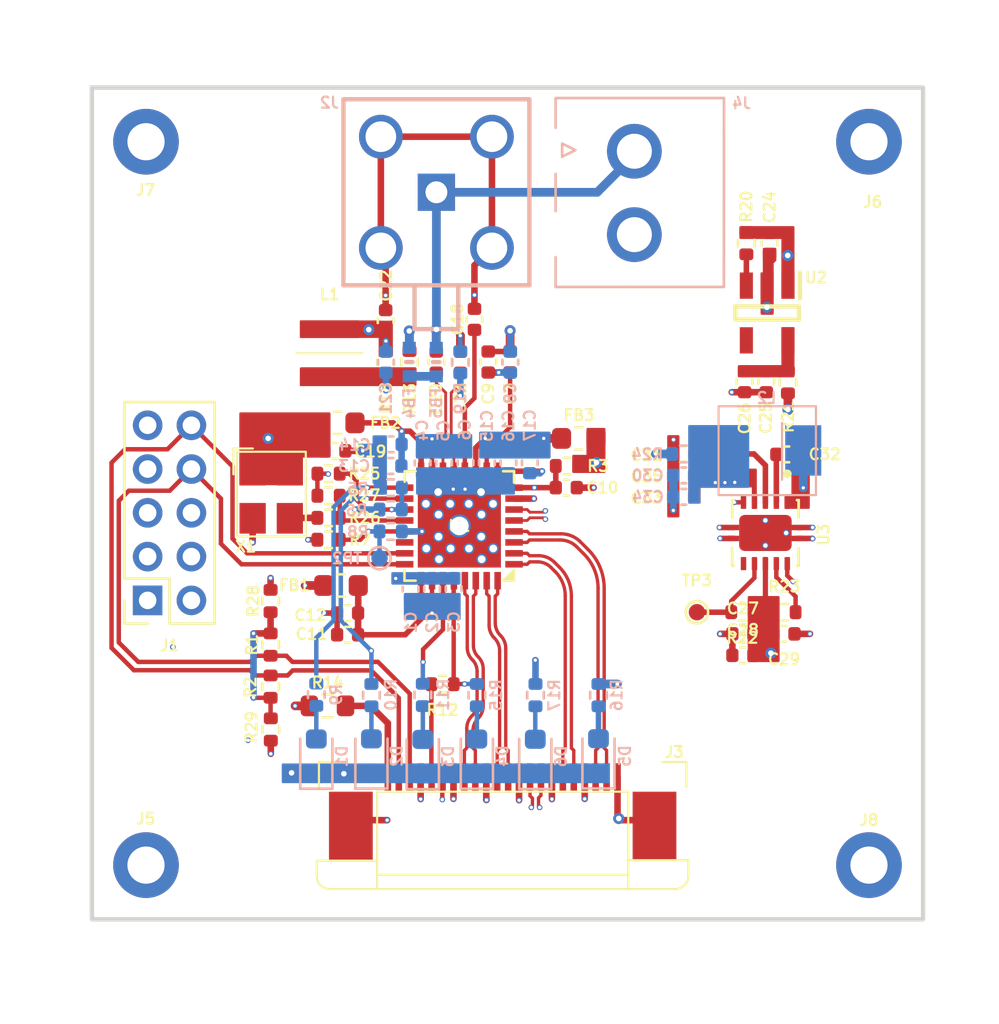
<source format=kicad_pcb>
(kicad_pcb (version 20241229) (generator "pcbnew") (generator_version "9.0")
  (layers (0 "F.Cu" jumper) (4 "In1.Cu" signal "GND") (6 "In2.Cu" signal "POWER") (8 "In3.Cu" signal "signal_1") (10 "In4.Cu" signal "signal_2") (2 "B.Cu" signal) (13 "F.Paste" user) (15 "B.Paste" user) (5 "F.SilkS" user "F.Silkscreen") (7 "B.SilkS" user "B.Silkscreen") (1 "F.Mask" user) (3 "B.Mask" user) (25 "Edge.Cuts" user))
  (net 0 "")
  (net 1 "Net-(U1-VDD_CAP)")
  (net 2 "GND")
  (net 3 "Net-(U1-VDDRV_CAP)")
  (net 4 "Net-(U1-VDDPLL_CAP)")
  (net 5 "/PDB")
  (net 6 "VDDD_1V8")
  (net 7 "VDDDRV_1V8")
  (net 8 "VDD_PLL")
  (net 9 "Net-(U1-LPF1)")
  (net 10 "Net-(U1-LPF2)")
  (net 11 "VDD_1V8")
  (net 12 "/DOUT+")
  (net 13 "/DOUT-")
  (net 14 "Net-(C23-Pad2)")
  (net 15 "VDD_3V3")
  (net 16 "Net-(U2-OUT)")
  (net 17 "VPOC")
  (net 18 "Net-(U3-FB)")
  (net 19 "Net-(U3-VCC)")
  (net 20 "Net-(U3-BOOT)")
  (net 21 "Net-(U3-SW)")
  (net 22 "Net-(D1-A)")
  (net 23 "Net-(D2-A)")
  (net 24 "Net-(D3-A)")
  (net 25 "Net-(D4-A)")
  (net 26 "Net-(D5-A)")
  (net 27 "Net-(D6-A)")
  (net 28 "Net-(FB4-Pad1)")
  (net 29 "Net-(FB4-Pad2)")
  (net 30 "/GPIO2")
  (net 31 "/GPIO3")
  (net 32 "/GPIO0")
  (net 33 "/GPIO1")
  (net 34 "/EXT_XVCLK")
  (net 35 "/FSIN")
  (net 36 "Net-(J3-Pin_1)")
  (net 37 "Net-(L1-Pad1)")
  (net 38 "/I2C_SCL")
  (net 39 "/I2C_SDA")
  (net 40 "Net-(X1-OUT)")
  (net 41 "/IDX")
  (net 42 "/MODE")
  (net 43 "Net-(U2-EN)")
  (net 44 "Net-(U3-ENABLE)")
  (net 45 "Net-(U3-SYNC{slash}MODE)")
  (net 46 "/CSI_D1_P")
  (net 47 "/CSI_D3_N")
  (net 48 "/CSI_C_P")
  (net 49 "/CSI_D2_P")
  (net 51 "/CSI_D2_N")
  (net 52 "/CSI_D1_N")
  (net 53 "/CSI_C_N")
  (net 54 "/CSI_D0_P")
  (net 55 "/CSI_D3_P")
  (net 56 "/CSI_D0_N")
  (net 59 "/XCLK_50MHz")
  (net 60 "Net-(J4-Pin_1)")
  (net 61 "Net-(R1-Pad1)")
  (footprint "Capacitor_SMD:C_0402_1005Metric" (layer "F.Cu") (at 145.98 94.98)
    (property "Reference" "C33")
    (property "Value" "10uF/10V")
  )
  (footprint "Resistor_SMD:R_0603_1608Metric" (layer "F.Cu") (at 129.69 104.53)
    (property "Reference" "R14")
    (property "Value" "0R")
  )
  (footprint "Capacitor_SMD:C_0402_1005Metric" (layer "F.Cu") (at 150.69 93.04 180)
    (property "Reference" "C32")
    (property "Value" "0.1uF/25V")
  )
  (footprint "Capacitor_SMD:C_0402_1005Metric" (layer "F.Cu") (at 130.03 92.88)
    (property "Reference" "C19")
    (property "Value" "0.1uF")
  )
  (footprint "Capacitor_SMD:C_0402_1005Metric" (layer "F.Cu") (at 130.61 100.29 180)
    (property "Reference" "C12")
    (property "Value" "0.01uF")
  )
  (footprint "Footprint Library:Screw" (layer "F.Cu") (at 154.445126 78.754874)
    (property "Reference" "J6")
    (property "Value" "DNP")
  )
  (footprint "Footprint Library:Screw" (layer "F.Cu") (at 154.445126 111.805126)
    (property "Reference" "J8")
    (property "Value" "DNP")
  )
  (footprint "Capacitor_SMD:C_0402_1005Metric" (layer "F.Cu") (at 137.04 88.82 90)
    (property "Reference" "C9")
    (property "Value" "0.01uF")
  )
  (footprint "Capacitor_SMD:C_0402_1005Metric" (layer "F.Cu") (at 140.6075 94.56 180)
    (property "Reference" "C10")
    (property "Value" "10uF")
  )
  (footprint "Capacitor_SMD:C_0402_1005Metric" (layer "F.Cu") (at 138.04 88.81 90)
    (property "Reference" "C7")
    (property "Value" "0.1uF")
  )
  (footprint "Resistor_SMD:R_0402_1005Metric" (layer "F.Cu") (at 127.09 103.65 90)
    (property "Reference" "R2")
    (property "Value" "4.7K")
  )
  (footprint "Capacitor_SMD:C_0402_1005Metric" (layer "F.Cu") (at 148.68 101.24)
    (property "Reference" "C27")
    (property "Value" "10uF/25V")
  )
  (footprint "Resistor_SMD:R_0402_1005Metric" (layer "F.Cu") (at 148.66 100.25 180)
    (property "Reference" "R22")
    (property "Value" "10K")
  )
  (footprint "Resistor_SMD:R_0402_1005Metric" (layer "F.Cu") (at 127.09 101.73 -90)
    (property "Reference" "R1")
    (property "Value" "4.7K")
  )
  (footprint "Footprint Library:QFN50P500X500X100-33N-D" (layer "F.Cu") (at 135.72 96.31 180)
    (property "Reference" "U1")
    (property "Value" "TSER953RHBR" (hide yes))
  )
  (footprint "Resistor_SMD:R_0402_1005Metric" (layer "F.Cu") (at 148.84 83.39 -90)
    (property "Reference" "R20")
    (property "Value" "10K")
  )
  (footprint "Resistor_SMD:R_0402_1005Metric" (layer "F.Cu") (at 129.74 94.93 180)
    (property "Reference" "R27")
    (property "Value" "DNP")
  )
  (footprint "Footprint Library:SOT95P280X145-5N" (layer "F.Cu") (at 149.79 86.58 -90)
    (property "Reference" "U2")
    (property "Value" "LP5907MFX-1.8/NOPB" (hide yes))
  )
  (footprint "Capacitor_SMD:C_0402_1005Metric" (layer "F.Cu") (at 134.663866 88.82341 90)
    (property "Reference" "C20")
    (property "Value" "0.033uF/25V")
  )
  (footprint "Connector_PinHeader_2.00mm:PinHeader_2x05_P2.00mm_Vertical" (layer "F.Cu") (at 121.47 99.71 180)
    (property "Reference" "J1")
    (property "Value" "DNP")
  )
  (footprint "Capacitor_SMD:C_0402_1005Metric" (layer "F.Cu") (at 132.35 86.93 -90)
    (property "Reference" "C22")
    (property "Value" "0.1uF/25V")
  )
  (footprint "Resistor_SMD:R_0402_1005Metric" (layer "F.Cu") (at 129.74 93.92)
    (property "Reference" "R25")
    (property "Value" "DNP")
  )
  (footprint "Footprint Library:LQH3NPN100MJRL" (layer "F.Cu") (at 129.78 88.42 90)
    (property "Reference" "L1")
    (property "Value" "LLQH3NPN100MJR" (hide yes))
  )
  (footprint "Resistor_SMD:R_0402_1005Metric" (layer "F.Cu") (at 140.6375 93.57)
    (property "Reference" "R3")
    (property "Value" "10K")
  )
  (footprint "Footprint Library:0603_Ferrite Beads" (layer "F.Cu") (at 141.1775 92.31)
    (property "Reference" "FB3")
    (property "Value" "BLM18AG102SN1D")
  )
  (footprint "Footprint Library:Screw" (layer "F.Cu") (at 121.394874 111.805126)
    (property "Reference" "J5")
    (property "Value" "DNP")
  )
  (footprint "Resistor_SMD:R_0402_1005Metric" (layer "F.Cu") (at 133.44 88.83 90)
    (property "Reference" "R13")
    (property "Value" "0R")
  )
  (footprint "Capacitor_SMD:C_0402_1005Metric" (layer "F.Cu") (at 136.41 86.87 -90)
    (property "Reference" "C18")
    (property "Value" "0.1uF")
  )
  (footprint "Capacitor_SMD:C_0402_1005Metric" (layer "F.Cu") (at 145.98 93.02)
    (property "Reference" "C31")
    (property "Value" "1uF/25V")
  )
  (footprint "Capacitor_SMD:C_0402_1005Metric" (layer "F.Cu") (at 149.9 83.4 90)
    (property "Reference" "C24")
    (property "Value" "1uF/10V")
  )
  (footprint "Footprint Library:TestPoint_Pad_D0.75" (layer "F.Cu") (at 146.58 100.25)
    (property "Reference" "TP3")
    (property "Value" "DNP")
  )
  (footprint "Footprint Library:0603_Ferrite Beads" (layer "F.Cu") (at 130.31 99.03 180)
    (property "Reference" "FB1")
    (property "Value" "BLM18AG102SN1D")
  )
  (footprint "Resistor_SMD:R_0402_1005Metric" (layer "F.Cu") (at 134.95 103.54 180)
    (property "Reference" "R12")
    (property "Value" "0R")
  )
  (footprint "Capacitor_SMD:C_0402_1005Metric" (layer "F.Cu") (at 148.76 89.72 90)
    (property "Reference" "C26")
    (property "Value" "10uF/10V")
  )
  (footprint "Capacitor_SMD:C_0402_1005Metric" (layer "F.Cu") (at 135.77 88.83 90)
    (property "Reference" "C23")
    (property "Value" "0.015uF/25V")
  )
  (footprint "Footprint Library:CONV_LM53600NQDSXTQ1" (layer "F.Cu") (at 149.71 96.63 -90)
    (property "Reference" "U3")
    (property "Value" "LM536003QDSXRQ1")
  )
  (footprint "Capacitor_SMD:C_0402_1005Metric" (layer "F.Cu") (at 148.68 102.22)
    (property "Reference" "C28")
    (property "Value" "4.7uF/25V")
  )
  (footprint "Footprint Library:FFC SOCKET DR_DWN 0.5MM -22P" (layer "F.Cu") (at 137.7 107.7505)
    (property "Reference" "J3")
    (property "Value" "FFC SOCKET DR_DWN 0.5MM -22P")
  )
  (footprint "Resistor_SMD:R_0402_1005Metric" (layer "F.Cu") (at 132.36 88.83 -90)
    (property "Reference" "R18")
    (property "Value" "4.02K")
  )
  (footprint "Capacitor_SMD:C_0402_1005Metric" (layer "F.Cu") (at 150.56 101.24 180)
    (property "Reference" "C29")
    (property "Value" "0.1uF/25V")
  )
  (footprint "Footprint Library:SMD3225-4P" (layer "F.Cu") (at 127.12 94.86 -90)
    (property "Reference" "X1")
    (property "Value" "50MHZ/100ppm" (hide yes))
  )
  (footprint "Resistor_SMD:R_0402_1005Metric" (layer "F.Cu") (at 127.09 99.74 90)
    (property "Reference" "R28")
    (property "Value" "0R")
  )
  (footprint "Capacitor_SMD:C_0402_1005Metric" (layer "F.Cu") (at 145.98 94)
    (property "Reference" "C35")
    (property "Value" "22uF/10V")
  )
  (footprint "Footprint Library:Screw" (layer "F.Cu") (at 121.394874 78.754874)
    (property "Reference" "J7")
    (property "Value" "DNP")
  )
  (footprint "Capacitor_SMD:C_0402_1005Metric" (layer "F.Cu") (at 149.75 89.72 90)
    (property "Reference" "C25")
    (property "Value" "1uF/10V")
  )
  (footprint "Resistor_SMD:R_0402_1005Metric" (layer "F.Cu") (at 129.74 96.94)
    (property "Reference" "R7")
    (property "Value" "DNP")
  )
  (footprint "Resistor_SMD:R_0402_1005Metric" (layer "F.Cu") (at 150.74 89.74 -90)
    (property "Reference" "R21")
    (property "Value" "0R")
  )
  (footprint "Footprint Library:0603_Ferrite Beads" (layer "F.Cu") (at 130.16 91.6 180)
    (property "Reference" "FB2")
    (property "Value" "BLM18AG102SN1D")
  )
  (footprint "Resistor_SMD:R_0402_1005Metric" (layer "F.Cu") (at 150.58 100.25)
    (property "Reference" "R23")
    (property "Value" "100K")
  )
  (footprint "Resistor_SMD:R_0402_1005Metric" (layer "F.Cu") (at 129.74 95.94 180)
    (property "Reference" "R26")
    (property "Value" "0R")
  )
  (footprint "Capacitor_SMD:C_0402_1005Metric" (layer "F.Cu") (at 130.61 101.28)
    (property "Reference" "C11")
    (property "Value" "1uF")
  )
  (footprint "Resistor_SMD:R_0402_1005Metric" (layer "F.Cu") (at 127.1 105.61 -90)
    (property "Reference" "R29")
    (property "Value" "DNP")
  )
  (footprint "LED_SMD:LED_0603_1608Metric" (layer "B.Cu") (at 136.52 106.831906 90)
    (property "Reference" "D4")
    (property "Value" "LED_GREEN")
  )
  (footprint "Footprint Library:MPI4040R3-4R7-R" (layer "B.Cu") (at 151.44 92.86 90)
    (property "Reference" "L2")
    (property "Value" "4.7uH")
  )
  (footprint "LED_SMD:LED_0603_1608Metric" (layer "B.Cu") (at 129.18 106.83 90)
    (property "Reference" "D1")
    (property "Value" "LED_GREEN")
  )
  (footprint "Resistor_SMD:R_0402_1005Metric" (layer "B.Cu") (at 132.58 94.56 180)
    (property "Reference" "R5")
    (property "Value" "40.2K")
  )
  (footprint "Capacitor_SMD:C_0402_1005Metric" (layer "B.Cu") (at 132.59 93.57)
    (property "Reference" "C13")
    (property "Value" "1uF")
  )
  (footprint "Capacitor_SMD:C_0402_1005Metric" (layer "B.Cu") (at 138.94 93.42 90)
    (property "Reference" "C17")
    (property "Value" "0.022uF")
  )
  (footprint "Resistor_SMD:R_0402_1005Metric" (layer "B.Cu") (at 136.52 104.04 90)
    (property "Reference" "R15")
    (property "Value" "220R")
  )
  (footprint "Footprint Library:BEADC1005X55N" (layer "B.Cu") (at 134.663866 88.82341 -90)
    (property "Reference" "FB5")
    (property "Value" "MPZ1005F470ETD25" (hide yes))
  )
  (footprint "Capacitor_SMD:C_0402_1005Metric" (layer "B.Cu") (at 134.47 99.19 90)
    (property "Reference" "C2")
    (property "Value" "0.01uF")
  )
  (footprint "Resistor_SMD:R_0402_1005Metric" (layer "B.Cu") (at 129.18 104.02 90)
    (property "Reference" "R9")
    (property "Value" "220R")
  )
  (footprint "LED_SMD:LED_0603_1608Metric" (layer "B.Cu") (at 131.7 106.824406 90)
    (property "Reference" "D2")
    (property "Value" "LED_GREEN")
  )
  (footprint "Resistor_SMD:R_0402_1005Metric" (layer "B.Cu") (at 131.7 104.04 90)
    (property "Reference" "R10")
    (property "Value" "220R")
  )
  (footprint "Capacitor_SMD:C_0402_1005Metric" (layer "B.Cu") (at 132.6 92.58 180)
    (property "Reference" "C14")
    (property "Value" "0.01uF")
  )
  (footprint "Resistor_SMD:R_0402_1005Metric" (layer "B.Cu") (at 132.58 95.56)
    (property "Reference" "R6")
    (property "Value" "DNP")
  )
  (footprint "Capacitor_SMD:C_0402_1005Metric" (layer "B.Cu") (at 136 93.42 -90)
    (property "Reference" "C6")
    (property "Value" "0.01uF")
  )
  (footprint "Resistor_SMD:R_0402_1005Metric" (layer "B.Cu") (at 142.08 104.04 90)
    (property "Reference" "R16")
    (property "Value" "10K")
  )
  (footprint "Resistor_SMD:R_0402_1005Metric" (layer "B.Cu") (at 132.58 96.56)
    (property "Reference" "R8")
    (property "Value" "10K")
  )
  (footprint "Capacitor_SMD:C_0402_1005Metric" (layer "B.Cu") (at 145.98 94.98)
    (property "Reference" "C34")
    (property "Value" "10uF/10V")
  )
  (footprint "Resistor_SMD:R_0402_1005Metric" (layer "B.Cu") (at 134.05 104.03 90)
    (property "Reference" "R11")
    (property "Value" "220R")
  )
  (footprint "Footprint Library:BEADC1005X55N" (layer "B.Cu") (at 133.43 88.82 90)
    (property "Reference" "FB4")
    (property "Value" "MPZ1005S331ETD25" (hide yes))
  )
  (footprint "Footprint Library:59S10H400T5Z" (layer "B.Cu") (at 134.67 81.065)
    (property "Reference" "J2")
    (property "Value" "~" (hide yes))
  )
  (footprint "Resistor_SMD:R_0402_1005Metric" (layer "B.Cu") (at 139.2 104.04 90)
    (property "Reference" "R17")
    (property "Value" "470R")
  )
  (footprint "Capacitor_SMD:C_0402_1005Metric" (layer "B.Cu") (at 145.98 94)
    (property "Reference" "C30")
    (property "Value" "0.01uF")
  )
  (footprint "Capacitor_SMD:C_0402_1005Metric" (layer "B.Cu") (at 132.36 88.83 90)
    (property "Reference" "C21")
    (property "Value" "0.1uF/25V")
  )
  (footprint "Capacitor_SMD:C_0402_1005Metric" (layer "B.Cu") (at 135.46 99.18 90)
    (property "Reference" "C3")
    (property "Value" "0.1uF")
  )
  (footprint "Resistor_SMD:R_0402_1005Metric" (layer "B.Cu") (at 135.763866 88.83341 -90)
    (property "Reference" "R19")
    (property "Value" "49.9R / %1")
  )
  (footprint "LED_SMD:LED_0603_1608Metric" (layer "B.Cu") (at 139.19 106.8425 90)
    (property "Reference" "D6")
    (property "Value" "LED_ORANGE")
  )
  (footprint "LED_SMD:LED_0603_1608Metric" (layer "B.Cu") (at 142.08 106.8175 90)
    (property "Reference" "D5")
    (property "Value" "LED_RED")
  )
  (footprint "Footprint Library:TestPoint_Pad_D0.75" (layer "B.Cu") (at 132.07 97.78 180)
    (property "Reference" "TP2")
    (property "Value" "DNP")
  )
  (footprint "Capacitor_SMD:C_0402_1005Metric" (layer "B.Cu") (at 134.04 93.43 -90)
    (property "Reference" "C4")
    (property "Value" "0.1uF")
  )
  (footprint "LED_SMD:LED_0603_1608Metric" (layer "B.Cu") (at 134.05 106.85 90)
    (property "Reference" "D3")
    (property "Value" "LED_GREEN")
  )
  (footprint "Capacitor_SMD:C_0402_1005Metric" (layer "B.Cu") (at 135.02 93.43 -90)
    (property "Reference" "C5")
    (property "Value" "10uF")
  )
  (footprint "Capacitor_SMD:C_0402_1005Metric" (layer "B.Cu") (at 133.49 99.19 90)
    (property "Reference" "C1")
    (property "Value" "10uF")
  )
  (footprint "Resistor_SMD:R_0402_1005Metric" (layer "B.Cu") (at 145.96 93.02 180)
    (property "Reference" "R24")
    (property "Value" "0R")
  )
  (footprint "Footprint Library:KF2EDGH-3.81-2P-Vertical" (layer "B.Cu") (at 143.72 79.19 -90)
    (property "Reference" "J4")
    (property "Value" "DNP" (hide yes))
  )
  (footprint "Capacitor_SMD:C_0402_1005Metric" (layer "B.Cu") (at 138.05 88.83 90)
    (property "Reference" "C8")
    (property "Value" "10uF")
  )
  (footprint "Capacitor_SMD:C_0402_1005Metric" (layer "B.Cu") (at 137.96 93.42 -90)
    (property "Reference" "C16")
    (property "Value" "0.01uF")
  )
  (footprint "Capacitor_SMD:C_0402_1005Metric" (layer "B.Cu") (at 136.98 93.42 90)
    (property "Reference" "C15")
    (property "Value" "1uF")
  )
  (gr_rect (start 118.92 76.28) (end 156.92 114.28) (stroke (width 0.2)) (fill no) (layer "Edge.Cuts"))
  (segment (start 134.47 100.29) (end 134.47 98.81) (width 0.2032) (layer "F.Cu") (net 1))
  (via (at 134.47 100.29) (size 0.254) (drill 0.1524) (layers "F.Cu" "B.Cu") (net 1))
  (segment (start 151.04 101.24) (end 151.75 101.24) (width 0.3) (layer "F.Cu") (net 2))
  (segment (start 148.26 96.88) (end 147.64 96.88) (width 0.254) (layer "F.Cu") (net 2))
  (segment (start 138.04 88.33) (end 138.04 87.39) (width 0.4) (layer "F.Cu") (net 2))
  (segment (start 138.45 107.7755) (end 138.45 108.84) (width 0.3) (layer "F.Cu") (net 2))
  (segment (start 130.51 92.88) (end 131.3 92.88) (width 0.3) (layer "F.Cu") (net 2))
  (segment (start 141.0875 94.56) (end 141.86 94.56) (width 0.3) (layer "F.Cu") (net 2))
  (segment (start 136.41 84.405) (end 137.21 83.605) (width 0.3) (layer "F.Cu") (net 2))
  (segment (start 133.95 107.7755) (end 133.95 108.79) (width 0.3) (layer "F.Cu") (net 2))
  (segment (start 151.16 96.88) (end 151.86 96.88) (width 0.254) (layer "F.Cu") (net 2))
  (segment (start 132.4175 109.7525) (end 132.42 109.75) (width 0.3) (layer "F.Cu") (net 2))
  (segment (start 132.13 78.525) (end 137.21 78.525) (width 0.3) (layer "F.Cu") (net 2))
  (segment (start 130.13 100.29) (end 129.54 100.29) (width 0.254) (layer "F.Cu") (net 2))
  (segment (start 132.13 83.605) (end 132.13 78.525) (width 0.3) (layer "F.Cu") (net 2))
  (segment (start 150.71 98.03) (end 150.71 98.58) (width 0.2032) (layer "F.Cu") (net 2))
  (segment (start 148.76 90.2) (end 149.75 90.2) (width 0.3) (layer "F.Cu") (net 2))
  (segment (start 126.27 95.96) (end 126.27 97.06) (width 0.3) (layer "F.Cu") (net 2))
  (segment (start 136.95 108.82) (end 136.96 108.83) (width 0.3) (layer "F.Cu") (net 2))
  (segment (start 150.71 98.58) (end 150.98 98.85) (width 0.2032) (layer "F.Cu") (net 2))
  (segment (start 142.95 109.62) (end 142.95 107.7755) (width 0.3) (layer "F.Cu") (net 2))
  (segment (start 143.005 109.675) (end 143.0825 109.7525) (width 0.3) (layer "F.Cu") (net 2))
  (segment (start 151.16 96.38) (end 151.87 96.38) (width 0.254) (layer "F.Cu") (net 2))
  (segment (start 143.0825 109.7525) (end 144.64 109.7525) (width 0.3) (layer "F.Cu") (net 2))
  (segment (start 148.2 101.24) (end 148.2 102.22) (width 0.3) (layer "F.Cu") (net 2))
  (segment (start 132.35 85.78) (end 132.35 83.825) (width 0.3) (layer "F.Cu") (net 2))
  (segment (start 136.41 85.76) (end 136.41 84.405) (width 0.3) (layer "F.Cu") (net 2))
  (segment (start 151.86 96.88) (end 151.87 96.89) (width 0.254) (layer "F.Cu") (net 2))
  (segment (start 130.13 100.29) (end 130.13 101.28) (width 0.254) (layer "F.Cu") (net 2))
  (segment (start 138.03 88.34) (end 138.04 88.33) (width 0.254) (layer "F.Cu") (net 2))
  (segment (start 130.76 109.7525) (end 132.4175 109.7525) (width 0.3) (layer "F.Cu") (net 2))
  (segment (start 141.45 107.7755) (end 141.45 108.78) (width 0.3) (layer "F.Cu") (net 2))
  (segment (start 148.2 101.24) (end 147.64 101.24) (width 0.3) (layer "F.Cu") (net 2))
  (segment (start 148.26 96.38) (end 147.61 96.38) (width 0.254) (layer "F.Cu") (net 2))
  (segment (start 132.35 86.45) (end 132.35 85.78) (width 0.3) (layer "F.Cu") (net 2))
  (segment (start 148.76 90.2) (end 148.17 90.2) (width 0.3) (layer "F.Cu") (net 2))
  (segment (start 138.22 95.06) (end 139.13 95.06) (width 0.3) (layer "F.Cu") (net 2))
  (segment (start 135.45 108.78) (end 135.45 107.7755) (width 0.3) (layer "F.Cu") (net 2))
  (segment (start 136.41 86.39) (end 136.41 85.76) (width 0.3) (layer "F.Cu") (net 2))
  (segment (start 136.95 107.7755) (end 136.95 108.82) (width 0.3) (layer "F.Cu") (net 2))
  (segment (start 137.04 88.34) (end 138.03 88.34) (width 0.254) (layer "F.Cu") (net 2))
  (segment (start 132.35 83.825) (end 132.13 83.605) (width 0.3) (layer "F.Cu") (net 2))
  (segment (start 143.005 109.675) (end 142.95 109.62) (width 0.3) (layer "F.Cu") (net 2))
  (segment (start 137.21 78.525) (end 137.21 83.605) (width 0.3) (layer "F.Cu") (net 2))
  (segment (start 148.29 95.23) (end 148.71 95.23) (width 0.2032) (layer "F.Cu") (net 2))
  (segment (start 139.95 107.7755) (end 139.95 108.79) (width 0.3) (layer "F.Cu") (net 2))
  (via (at 143.005 109.675) (size 0.508) (drill 0.254) (layers "F.Cu" "B.Cu") (net 2))
  (via (at 122.62 101.84) (size 0.254) (drill 0.1524) (layers "F.Cu" "B.Cu") (net 2))
  (via (at 151.75 101.24) (size 0.254) (drill 0.1524) (layers "F.Cu" "B.Cu") (net 2))
  (via (at 132.35 85.78) (size 0.254) (drill 0.1524) (layers "F.Cu" "B.Cu") (net 2))
  (via (at 136.96 108.83) (size 0.254) (drill 0.1524) (layers "F.Cu" "B.Cu") (net 2))
  (via (at 135.76 90.35) (size 0.254) (drill 0.1524) (layers "F.Cu" "B.Cu") (net 2))
  (via (at 129.54 100.29) (size 0.254) (drill 0.1524) (layers "F.Cu" "B.Cu") (net 2))
  (via (at 148.17 90.2) (size 0.254) (drill 0.1524) (layers "F.Cu" "B.Cu") (net 2))
  (via (at 151.87 96.38) (size 0.254) (drill 0.1524) (layers "F.Cu" "B.Cu") (net 2))
  (via (at 138.04 87.39) (size 0.508) (drill 0.254) (layers "F.Cu" "B.Cu") (net 2))
  (via (at 141.86 94.56) (size 0.254) (drill 0.1524) (layers "F.Cu" "B.Cu") (net 2))
  (via (at 135.44 94.63) (size 0.254) (drill 0.1524) (layers "F.Cu" "B.Cu") (net 2))
  (via (at 130.44 107.63) (size 0.508) (drill 0.254) (layers "F.Cu" "B.Cu") (net 2))
  (via (at 147.64 96.88) (size 0.254) (drill 0.1524) (layers "F.Cu" "B.Cu") (net 2))
  (via (at 151.87 96.89) (size 0.254) (drill 0.1524) (layers "F.Cu" "B.Cu") (net 2))
  (via (at 150.98 98.85) (size 0.254) (drill 0.1524) (layers "F.Cu" "B.Cu") (net 2))
  (via (at 132.42 109.75) (size 0.254) (drill 0.1524) (layers "F.Cu" "B.Cu") (net 2))
  (via (at 139.95 108.79) (size 0.254) (drill 0.1524) (layers "F.Cu" "B.Cu") (net 2))
  (via (at 126.27 97.06) (size 0.254) (drill 0.1524) (layers "F.Cu" "B.Cu") (net 2))
  (via (at 149.78 86.32) (size 0.508) (drill 0.254) (layers "F.Cu" "B.Cu") (net 2))
  (via (at 145.5 95.6) (size 0.254) (drill 0.1524) (layers "F.Cu" "B.Cu") (net 2))
  (via (at 135.45 108.78) (size 0.254) (drill 0.1524) (layers "F.Cu" "B.Cu") (net 2))
  (via (at 148.29 95.23) (size 0.254) (drill 0.1524) (layers "F.Cu" "B.Cu") (net 2))
  (via (at 147.61 96.38) (size 0.254) (drill 0.1524) (layers "F.Cu" "B.Cu") (net 2))
  (via (at 132.81 98.71) (size 0.254) (drill 0.1524) (layers "F.Cu" "B.Cu") (net 2))
  (via (at 138.45 108.84) (size 0.254) (drill 0.1524) (layers "F.Cu" "B.Cu") (net 2))
  (via (at 135.98 94.63) (size 0.254) (drill 0.1524) (layers "F.Cu" "B.Cu") (net 2))
  (via (at 131.3 92.88) (size 0.254) (drill 0.1524) (layers "F.Cu" "B.Cu") (net 2))
  (via (at 139.13 95.06) (size 0.254) (drill 0.1524) (layers "F.Cu" "B.Cu") (net 2))
  (via (at 141.45 108.78) (size 0.254) (drill 0.1524) (layers "F.Cu" "B.Cu") (net 2))
  (via (at 136.41 85.76) (size 0.254) (drill 0.1524) (layers "F.Cu" "B.Cu") (net 2))
  (via (at 133.95 108.79) (size 0.254) (drill 0.1524) (layers "F.Cu" "B.Cu") (net 2))
  (via (at 134.01 96.56) (size 0.254) (drill 0.1524) (layers "F.Cu" "B.Cu") (net 2))
  (via (at 145.51 92.37) (size 0.254) (drill 0.1524) (layers "F.Cu" "B.Cu") (net 2))
  (via (at 128.05 107.59) (size 0.508) (drill 0.254) (layers "F.Cu" "B.Cu") (net 2))
  (via (at 147.64 101.24) (size 0.254) (drill 0.1524) (layers "F.Cu" "B.Cu") (net 2))
  (via (at 132.36 90.11) (size 0.254) (drill 0.1524) (layers "F.Cu" "B.Cu") (net 2))
  (segment (start 135.763866 89.34341) (end 135.763866 90.346134) (width 0.3) (layer "B.Cu") (net 2))
  (segment (start 145.5 94) (end 145.5 94.98) (width 0.4) (layer "B.Cu") (net 2))
  (segment (start 138.04 88.34) (end 138.04 87.39) (width 0.3) (layer "B.Cu") (net 2))
  (segment (start 138.05 88.35) (end 138.04 88.34) (width 0.3) (layer "B.Cu") (net 2))
  (segment (start 133.09 96.56) (end 134.01 96.56) (width 0.3) (layer "B.Cu") (net 2))
  (segment (start 145.5 94.98) (end 145.5 95.6) (width 0.3) (layer "B.Cu") (net 2))
  (segment (start 135.763866 90.346134) (end 135.76 90.35) (width 0.3) (layer "B.Cu") (net 2))
  (segment (start 132.36 89.31) (end 132.36 90.11) (width 0.3) (layer "B.Cu") (net 2))
  (segment (start 134.47 93.81) (end 134.47 92.33) (width 0.2032) (layer "F.Cu") (net 3))
  (via (at 134.47 92.33) (size 0.254) (drill 0.1524) (layers "F.Cu" "B.Cu") (net 3))
  (segment (start 136.97 92.87) (end 138.04 91.8) (width 0.2032) (layer "F.Cu") (net 4))
  (segment (start 138.03 89.3) (end 138.04 89.29) (width 0.3) (layer "F.Cu") (net 4))
  (segment (start 137.04 89.3) (end 137.52 89.3) (width 0.3) (layer "F.Cu") (net 4))
  (segment (start 138.04 91.8) (end 138.04 89.29) (width 0.2032) (layer "F.Cu") (net 4))
  (segment (start 136.97 93.81) (end 136.97 92.87) (width 0.2032) (layer "F.Cu") (net 4))
  (segment (start 137.52 89.3) (end 138.03 89.3) (width 0.3) (layer "F.Cu") (net 4))
  (via (at 137.52 89.3) (size 0.254) (drill 0.1524) (layers "F.Cu" "B.Cu") (net 4))
  (segment (start 138.04 89.3) (end 137.52 89.3) (width 0.3) (layer "B.Cu") (net 4))
  (segment (start 138.05 89.31) (end 138.04 89.3) (width 0.3) (layer "B.Cu") (net 4))
  (segment (start 139.15 94.56) (end 138.22 94.56) (width 0.254) (layer "F.Cu") (net 5))
  (segment (start 139.15 94.56) (end 140.1275 94.56) (width 0.254) (layer "F.Cu") (net 5))
  (segment (start 140.1275 93.57) (end 140.1275 94.56) (width 0.254) (layer "F.Cu") (net 5))
  (via (at 139.15 94.56) (size 0.254) (drill 0.1524) (layers "F.Cu" "B.Cu") (net 5))
  (segment (start 133.24 101.28) (end 131.09 101.28) (width 0.254) (layer "F.Cu") (net 6))
  (segment (start 133.97 98.81) (end 133.97 100.55) (width 0.254) (layer "F.Cu") (net 6))
  (segment (start 131.0975 99.03) (end 131.0975 100.2825) (width 0.3) (layer "F.Cu") (net 6))
  (segment (start 131.0975 100.2825) (end 131.09 100.29) (width 0.2032) (layer "F.Cu") (net 6))
  (segment (start 131.09 100.29) (end 131.09 101.28) (width 0.3) (layer "F.Cu") (net 6))
  (segment (start 133.97 100.55) (end 133.24 101.28) (width 0.254) (layer "F.Cu") (net 6))
  (segment (start 133.97 93.81) (end 133.97 92.49) (width 0.254) (layer "F.Cu") (net 7))
  (segment (start 133.46 91.98) (end 133.08 91.98) (width 0.254) (layer "F.Cu") (net 7))
  (segment (start 133.97 92.49) (end 133.46 91.98) (width 0.254) (layer "F.Cu") (net 7))
  (segment (start 132.7 91.6) (end 130.9475 91.6) (width 0.254) (layer "F.Cu") (net 7))
  (segment (start 133.08 91.98) (end 132.7 91.6) (width 0.254) (layer "F.Cu") (net 7))
  (via (at 133.08 91.98) (size 0.254) (drill 0.1524) (layers "F.Cu" "B.Cu") (net 7))
  (segment (start 133.08 92.58) (end 133.08 91.98) (width 0.3) (layer "B.Cu") (net 7))
  (segment (start 133.08 92.58) (end 133.08 93.56) (width 0.3) (layer "B.Cu") (net 7))
  (segment (start 133.08 93.56) (end 133.07 93.57) (width 0.3) (layer "B.Cu") (net 7))
  (segment (start 139.5775 92.31) (end 140.39 92.31) (width 0.4) (layer "F.Cu") (net 8))
  (segment (start 136.9 92.31) (end 136.47 92.74) (width 0.254) (layer "F.Cu") (net 8))
  (segment (start 136.47 92.74) (end 136.47 93.81) (width 0.254) (layer "F.Cu") (net 8))
  (via (at 139.5775 92.31) (size 0.254) (drill 0.1524) (layers "F.Cu" "B.Cu") (net 8))
  (via (at 136.9 92.31) (size 0.254) (drill 0.1524) (layers "F.Cu" "B.Cu") (net 8))
  (segment (start 137.47 93.81) (end 139.5 93.81) (width 0.254) (layer "F.Cu") (net 9))
  (via (at 139.5 93.81) (size 0.254) (drill 0.1524) (layers "F.Cu" "B.Cu") (net 9))
  (segment (start 138.94 93.9) (end 139.41 93.9) (width 0.3) (layer "B.Cu") (net 9))
  (segment (start 139.41 93.9) (end 139.5 93.81) (width 0.3) (layer "B.Cu") (net 9))
  (segment (start 135.97 90.91) (end 135.97 93.81) (width 0.2032) (layer "F.Cu") (net 10))
  (segment (start 136.41 87.35) (end 136.41 90.47) (width 0.2032) (layer "F.Cu") (net 10))
  (segment (start 136.41 90.47) (end 135.97 90.91) (width 0.2032) (layer "F.Cu") (net 10))
  (segment (start 129.23 96.94) (end 128.8 96.94) (width 0.254) (layer "F.Cu") (net 11))
  (segment (start 129.5225 99.03) (end 128.67 99.03) (width 0.4) (layer "F.Cu") (net 11))
  (segment (start 127.09 99.23) (end 127.09 98.69) (width 0.3) (layer "F.Cu") (net 11))
  (segment (start 150.74 90.99) (end 150.74 90.25) (width 0.4) (layer "F.Cu") (net 11))
  (via (at 128.8 96.94) (size 0.254) (drill 0.1524) (layers "F.Cu" "B.Cu") (net 11))
  (via (at 130.95 95.56) (size 0.254) (drill 0.1524) (layers "F.Cu" "B.Cu") (net 11))
  (via (at 128.67 99.03) (size 0.254) (drill 0.1524) (layers "F.Cu" "B.Cu") (net 11))
  (via (at 126.98 92.31) (size 0.508) (drill 0.254) (layers "F.Cu" "B.Cu") (net 11))
  (via (at 150.74 90.99) (size 0.508) (drill 0.254) (layers "F.Cu" "B.Cu") (net 11))
  (via (at 127.09 98.69) (size 0.254) (drill 0.1524) (layers "F.Cu" "B.Cu") (net 11))
  (via (at 141.99 93.41) (size 0.508) (drill 0.254) (layers "F.Cu" "B.Cu") (net 11))
  (segment (start 130.95 95.56) (end 132.07 95.56) (width 0.3) (layer "B.Cu") (net 11))
  (segment (start 134.663866 89.788638) (end 135.093 90.217772) (width 0.127) (layer "F.Cu") (net 12))
  (segment (start 135.093 93.086999) (end 134.97 93.209999) (width 0.127) (layer "F.Cu") (net 12))
  (segment (start 134.663866 89.30341) (end 134.663866 89.788638) (width 0.127) (layer "F.Cu") (net 12))
  (segment (start 134.97 93.209999) (end 134.97 93.81) (width 0.127) (layer "F.Cu") (net 12))
  (segment (start 135.093 90.217772) (end 135.093 93.086999) (width 0.127) (layer "F.Cu") (net 12))
  (segment (start 135.347 90.223) (end 135.347 93.086999) (width 0.127) (layer "F.Cu") (net 13))
  (segment (start 135.77 89.31) (end 135.77 89.8) (width 0.127) (layer "F.Cu") (net 13))
  (segment (start 135.347 93.086999) (end 135.47 93.209999) (width 0.127) (layer "F.Cu") (net 13))
  (segment (start 135.77 89.8) (end 135.347 90.223) (width 0.127) (layer "F.Cu") (net 13))
  (segment (start 135.47 93.209999) (end 135.47 93.81) (width 0.127) (layer "F.Cu") (net 13))
  (segment (start 135.763186 87.611871) (end 135.77 87.618685) (width 0.4) (layer "F.Cu") (net 14))
  (segment (start 135.77 87.618685) (end 135.77 88.35) (width 0.4) (layer "F.Cu") (net 14))
  (via (at 135.763186 87.611871) (size 0.254) (drill 0.1524) (layers "F.Cu" "B.Cu") (net 14))
  (segment (start 135.763186 88.32273) (end 135.763866 88.32341) (width 0.2032) (layer "B.Cu") (net 14))
  (segment (start 135.763186 87.611871) (end 135.763186 88.32273) (width 0.2032) (layer "B.Cu") (net 14))
  (segment (start 128.21 104.53) (end 128.865 104.53) (width 0.4) (layer "F.Cu") (net 15))
  (segment (start 127.1 106.12) (end 127.1 106.72) (width 0.3) (layer "F.Cu") (net 15))
  (via (at 126.06 106.1) (size 0.254) (drill 0.1524) (layers "F.Cu" "B.Cu") (net 15))
  (via (at 150.73 83.95) (size 0.508) (drill 0.254) (layers "F.Cu" "B.Cu") (net 15))
  (via (at 128.21 104.53) (size 0.254) (drill 0.1524) (layers "F.Cu" "B.Cu") (net 15))
  (via (at 142.95 103.53) (size 0.254) (drill 0.1524) (layers "F.Cu" "B.Cu") (net 15))
  (via (at 127.1 106.72) (size 0.254) (drill 0.1524) (layers "F.Cu" "B.Cu") (net 15))
  (via (at 144.68 93.02) (size 0.254) (drill 0.1524) (layers "F.Cu" "B.Cu") (net 15))
  (segment (start 145.45 93.02) (end 144.68 93.02) (width 0.4) (layer "B.Cu") (net 15))
  (segment (start 142.08 103.53) (end 142.95 103.53) (width 0.4) (layer "B.Cu") (net 15))
  (via (at 139.19 102.44) (size 0.254) (drill 0.1524) (layers "F.Cu" "B.Cu") (net 17))
  (via (at 131.58 87.34) (size 0.508) (drill 0.254) (layers "F.Cu" "B.Cu") (net 17))
  (via (at 132.36 87.86) (size 0.254) (drill 0.1524) (layers "F.Cu" "B.Cu") (net 17))
  (via (at 149.96 102.12) (size 0.508) (drill 0.254) (layers "F.Cu" "B.Cu") (net 17))
  (segment (start 139.2 102.45) (end 139.19 102.44) (width 0.3) (layer "B.Cu") (net 17))
  (segment (start 132.36 88.35) (end 132.36 87.86) (width 0.3) (layer "B.Cu") (net 17))
  (segment (start 139.2 103.53) (end 139.2 102.45) (width 0.3) (layer "B.Cu") (net 17))
  (via (at 147.86 94.33) (size 0.254) (drill 0.1524) (layers "F.Cu" "B.Cu") (net 18))
  (via (at 148.31 94.32) (size 0.254) (drill 0.1524) (layers "F.Cu" "B.Cu") (net 18))
  (via (at 147.42 94.33) (size 0.254) (drill 0.1524) (layers "F.Cu" "B.Cu") (net 18))
  (segment (start 146.46 93.02) (end 149.19 93.02) (width 0.254) (layer "F.Cu") (net 19))
  (segment (start 149.19 93.02) (end 149.71 93.54) (width 0.254) (layer "F.Cu") (net 19))
  (segment (start 149.71 93.54) (end 149.71 95.23) (width 0.254) (layer "F.Cu") (net 19))
  (segment (start 150.21 95.23) (end 150.21 93.04) (width 0.254) (layer "F.Cu") (net 20))
  (via (at 151.44 94.57) (size 0.254) (drill 0.1524) (layers "F.Cu" "B.Cu") (net 21))
  (segment (start 151.44 92.86) (end 151.44 94.57) (width 0.4) (layer "B.Cu") (net 21))
  (segment (start 129.18 106.0425) (end 129.18 104.53) (width 0.2032) (layer "B.Cu") (net 22))
  (segment (start 131.7 106.036906) (end 131.7 104.55) (width 0.2032) (layer "B.Cu") (net 23))
  (segment (start 134.05 104.54) (end 134.05 106.0625) (width 0.2032) (layer "B.Cu") (net 24))
  (segment (start 136.52 104.55) (end 136.52 106.044406) (width 0.2032) (layer "B.Cu") (net 25))
  (segment (start 142.08 104.55) (end 142.08 106.03) (width 0.254) (layer "B.Cu") (net 26))
  (segment (start 139.19 104.56) (end 139.2 104.55) (width 0.2032) (layer "B.Cu") (net 27))
  (segment (start 139.19 106.055) (end 139.19 104.56) (width 0.2032) (layer "B.Cu") (net 27))
  (segment (start 133.443866 89.47341) (end 134.663866 89.47341) (width 0.4) (layer "B.Cu") (net 28))
  (segment (start 133.44 87.41) (end 133.44 88.32) (width 0.4) (layer "F.Cu") (net 29))
  (segment (start 133.43 87.4) (end 133.44 87.41) (width 0.4) (layer "F.Cu") (net 29))
  (via (at 133.43 87.4) (size 0.508) (drill 0.254) (layers "F.Cu" "B.Cu") (net 29))
  (segment (start 133.43 87.4) (end 133.43 88.17) (width 0.4) (layer "B.Cu") (net 29))
  (segment (start 134.06 102.53) (end 134.06 101.95) (width 0.2032) (layer "F.Cu") (net 30))
  (segment (start 134.97 101.04) (end 134.97 98.81) (width 0.2032) (layer "F.Cu") (net 30))
  (segment (start 134.06 101.95) (end 134.97 101.04) (width 0.2032) (layer "F.Cu") (net 30))
  (via (at 134.06 102.53) (size 0.254) (drill 0.1524) (layers "F.Cu" "B.Cu") (net 30))
  (segment (start 134.05 102.54) (end 134.06 102.53) (width 0.2032) (layer "B.Cu") (net 30))
  (segment (start 134.05 103.52) (end 134.05 102.54) (width 0.2032) (layer "B.Cu") (net 30))
  (segment (start 135.46 98.82) (end 135.47 98.81) (width 0.2032) (layer "F.Cu") (net 31))
  (segment (start 135.46 103.54) (end 135.46 98.82) (width 0.2032) (layer "F.Cu") (net 31))
  (segment (start 135.47 103.53) (end 135.46 103.54) (width 0.2032) (layer "F.Cu") (net 31))
  (segment (start 135.96 103.53) (end 135.47 103.53) (width 0.2032) (layer "F.Cu") (net 31))
  (via (at 135.96 103.53) (size 0.254) (drill 0.1524) (layers "F.Cu" "B.Cu") (net 31))
  (segment (start 136.52 103.53) (end 135.96 103.53) (width 0.2032) (layer "B.Cu") (net 31))
  (segment (start 131.51 94.56) (end 133.22 94.56) (width 0.2032) (layer "F.Cu") (net 32))
  (via (at 131.51 94.56) (size 0.254) (drill 0.1524) (layers "F.Cu" "B.Cu") (net 32))
  (segment (start 129.18 101.42) (end 129.18 103.51) (width 0.2032) (layer "B.Cu") (net 32))
  (segment (start 129.97 100.63) (end 129.18 101.42) (width 0.2032) (layer "B.Cu") (net 32))
  (segment (start 131.51 94.56) (end 130.86 94.56) (width 0.2032) (layer "B.Cu") (net 32))
  (segment (start 130.86 94.56) (end 129.97 95.45) (width 0.2032) (layer "B.Cu") (net 32))
  (segment (start 129.97 95.45) (end 129.97 100.63) (width 0.2032) (layer "B.Cu") (net 32))
  (segment (start 131.49 95.059757) (end 132.089757 95.059757) (width 0.2032) (layer "F.Cu") (net 33))
  (segment (start 132.089757 95.059757) (end 132.09 95.06) (width 0.2032) (layer "F.Cu") (net 33))
  (segment (start 132.09 95.06) (end 133.22 95.06) (width 0.2032) (layer "F.Cu") (net 33))
  (via (at 131.49 95.059757) (size 0.254) (drill 0.1524) (layers "F.Cu" "B.Cu") (net 33))
  (via (at 131.69 102.01) (size 0.254) (drill 0.1524) (layers "F.Cu" "B.Cu") (net 33))
  (segment (start 130.3 100.62) (end 131.68 102) (width 0.2032) (layer "B.Cu") (net 33))
  (segment (start 131.49 95.059757) (end 130.860243 95.059757) (width 0.2032) (layer "B.Cu") (net 33))
  (segment (start 131.7 102.02) (end 131.7 103.53) (width 0.2032) (layer "B.Cu") (net 33))
  (segment (start 130.860243 95.059757) (end 130.3 95.62) (width 0.2032) (layer "B.Cu") (net 33))
  (segment (start 131.7 102) (end 131.69 102.01) (width 0.2032) (layer "B.Cu") (net 33))
  (segment (start 130.3 95.62) (end 130.3 100.62) (width 0.2032) (layer "B.Cu") (net 33))
  (segment (start 131.69 102.01) (end 131.7 102.02) (width 0.2032) (layer "B.Cu") (net 33))
  (segment (start 131.68 102) (end 131.7 102) (width 0.2032) (layer "B.Cu") (net 33))
  (segment (start 134.94 107.7855) (end 134.95 107.7755) (width 0.2032) (layer "F.Cu") (net 34))
  (segment (start 134.94 108.81) (end 134.94 107.7855) (width 0.2032) (layer "F.Cu") (net 34))
  (segment (start 129.706 93.92) (end 129.23 93.92) (width 0.2032) (layer "F.Cu") (net 34))
  (segment (start 129.23 93.92) (end 129.23 94.93) (width 0.2032) (layer "F.Cu") (net 34))
  (segment (start 134.95 107.7755) (end 134.95 107.5025) (width 0.2032) (layer "F.Cu") (net 34))
  (segment (start 129.726 93.94) (end 129.706 93.92) (width 0.2032) (layer "F.Cu") (net 34))
  (via (at 134.94 108.81) (size 0.254) (drill 0.1524) (layers "F.Cu" "B.Cu") (net 34))
  (via (at 129.726 93.94) (size 0.254) (drill 0.1524) (layers "F.Cu" "B.Cu") (net 34))
  (segment (start 134.44 103.54) (end 134.44 107.7655) (width 0.2032) (layer "F.Cu") (net 35))
  (segment (start 134.44 107.7655) (end 134.45 107.7755) (width 0.2032) (layer "F.Cu") (net 35))
  (segment (start 131.66 104.53) (end 130.515 104.53) (width 0.3) (layer "F.Cu") (net 36))
  (segment (start 132.45 105.32) (end 131.66 104.53) (width 0.3) (layer "F.Cu") (net 36))
  (segment (start 132.45 107.7755) (end 132.45 105.32) (width 0.3) (layer "F.Cu") (net 36))
  (segment (start 126.44 102.24) (end 126.16 102.52) (width 0.2032) (layer "F.Cu") (net 38))
  (segment (start 121.04 102.52) (end 120.15 101.63) (width 0.2032) (layer "F.Cu") (net 38))
  (segment (start 122.48 94.7) (end 123.47 93.71) (width 0.2032) (layer "F.Cu") (net 38))
  (segment (start 133.45 107.7755) (end 133.45 103.97) (width 0.2032) (layer "F.Cu") (net 38))
  (segment (start 127.81 102.24) (end 127.09 102.24) (width 0.2032) (layer "F.Cu") (net 38))
  (segment (start 132 102.52) (end 128.09 102.52) (width 0.2032) (layer "F.Cu") (net 38))
  (segment (start 127.09 102.24) (end 126.44 102.24) (width 0.2032) (layer "F.Cu") (net 38))
  (segment (start 124.82 97.12) (end 124.82 95.06) (width 0.2032) (layer "F.Cu") (net 38))
  (segment (start 126.16 102.52) (end 121.04 102.52) (width 0.2032) (layer "F.Cu") (net 38))
  (segment (start 124.82 95.06) (end 123.47 93.71) (width 0.2032) (layer "F.Cu") (net 38))
  (segment (start 128.09 102.52) (end 127.81 102.24) (width 0.2032) (layer "F.Cu") (net 38))
  (segment (start 120.15 95.16) (end 120.61 94.7) (width 0.2032) (layer "F.Cu") (net 38))
  (segment (start 125.76 98.06) (end 124.82 97.12) (width 0.2032) (layer "F.Cu") (net 38))
  (segment (start 133.45 103.97) (end 132 102.52) (width 0.2032) (layer "F.Cu") (net 38))
  (segment (start 120.15 101.63) (end 120.15 95.16) (width 0.2032) (layer "F.Cu") (net 38))
  (segment (start 133.22 98.06) (end 125.76 98.06) (width 0.2032) (layer "F.Cu") (net 38))
  (segment (start 120.61 94.7) (end 122.48 94.7) (width 0.2032) (layer "F.Cu") (net 38))
  (segment (start 122.3736 92.8064) (end 123.47 91.71) (width 0.2032) (layer "F.Cu") (net 39))
  (segment (start 119.8198 101.8798) (end 119.8198 93.4202) (width 0.2032) (layer "F.Cu") (net 39))
  (segment (start 132.95 104.17) (end 132.95 107.7755) (width 0.2032) (layer "F.Cu") (net 39))
  (segment (start 120.4336 92.8064) (end 122.3736 92.8064) (width 0.2032) (layer "F.Cu") (net 39))
  (segment (start 126.15 102.9) (end 120.84 102.9) (width 0.2032) (layer "F.Cu") (net 39))
  (segment (start 120.84 102.9) (end 119.8198 101.8798) (width 0.2032) (layer "F.Cu") (net 39))
  (segment (start 119.8198 93.4202) (end 120.4336 92.8064) (width 0.2032) (layer "F.Cu") (net 39))
  (segment (start 127.09 103.14) (end 126.39 103.14) (width 0.2032) (layer "F.Cu") (net 39))
  (segment (start 131.69 102.91) (end 132.95 104.17) (width 0.2032) (layer "F.Cu") (net 39))
  (segment (start 126.39 103.14) (end 126.15 102.9) (width 0.2032) (layer "F.Cu") (net 39))
  (segment (start 128.1 102.91) (end 131.69 102.91) (width 0.2032) (layer "F.Cu") (net 39))
  (segment (start 126.02 97.56) (end 125.35 96.89) (width 0.2032) (layer "F.Cu") (net 39))
  (segment (start 125.35 93.59) (end 123.47 91.71) (width 0.2032) (layer "F.Cu") (net 39))
  (segment (start 127.09 103.14) (end 127.87 103.14) (width 0.2032) (layer "F.Cu") (net 39))
  (segment (start 133.22 97.56) (end 126.02 97.56) (width 0.2032) (layer "F.Cu") (net 39))
  (segment (start 127.87 103.14) (end 128.1 102.91) (width 0.2032) (layer "F.Cu") (net 39))
  (segment (start 125.35 96.89) (end 125.35 93.59) (width 0.2032) (layer "F.Cu") (net 39))
  (segment (start 129.23 95.94) (end 127.99 95.94) (width 0.3) (layer "F.Cu") (net 40))
  (segment (start 127.99 95.94) (end 127.97 95.96) (width 0.3) (layer "F.Cu") (net 40))
  (segment (start 129.23 95.81) (end 129.23 95.94) (width 0.3) (layer "F.Cu") (net 40))
  (segment (start 133.22 95.56) (end 132.627 95.56) (width 0.2032) (layer "F.Cu") (net 41))
  (segment (start 132.627 95.56) (end 131.47 95.56) (width 0.2032) (layer "F.Cu") (net 41))
  (segment (start 130.69 93.92) (end 130.25 93.92) (width 0.2032) (layer "F.Cu") (net 41))
  (segment (start 131.47 95.56) (end 131.02 95.11) (width 0.2032) (layer "F.Cu") (net 41))
  (segment (start 131.02 95.11) (end 131.02 94.25) (width 0.2032) (layer "F.Cu") (net 41))
  (segment (start 131.02 94.25) (end 130.69 93.92) (width 0.2032) (layer "F.Cu") (net 41))
  (via (at 132.627 95.56) (size 0.254) (drill 0.1524) (layers "F.Cu" "B.Cu") (net 41))
  (segment (start 133.09 95.56) (end 133.09 94.56) (width 0.2032) (layer "B.Cu") (net 41))
  (segment (start 132.627 95.56) (end 133.09 95.56) (width 0.2032) (layer "B.Cu") (net 41))
  (segment (start 131.57 96.56) (end 133.22 96.56) (width 0.2032) (layer "F.Cu") (net 42))
  (segment (start 131.19 96.94) (end 130.25 96.94) (width 0.2032) (layer "F.Cu") (net 42))
  (segment (start 131.57 96.56) (end 131.19 96.94) (width 0.2032) (layer "F.Cu") (net 42))
  (via (at 131.57 96.56) (size 0.254) (drill 0.1524) (layers "F.Cu" "B.Cu") (net 42))
  (segment (start 132.07 96.56) (end 132.07 97.78) (width 0.2032) (layer "B.Cu") (net 42))
  (segment (start 131.57 96.56) (end 132.07 96.56) (width 0.2032) (layer "B.Cu") (net 42))
  (segment (start 148.84 85.33) (end 148.84 83.9) (width 0.254) (layer "F.Cu") (net 43))
  (segment (start 149.21 98.68) (end 149.21 98.03) (width 0.2032) (layer "F.Cu") (net 44))
  (segment (start 148.15 99.74) (end 149.21 98.68) (width 0.2032) (layer "F.Cu") (net 44))
  (segment (start 148.15 100.25) (end 148.15 99.74) (width 0.2032) (layer "F.Cu") (net 44))
  (segment (start 146.58 100.25) (end 148.15 100.25) (width 0.254) (layer "F.Cu") (net 44))
  (segment (start 151.09 99.53) (end 150.21 98.65) (width 0.2032) (layer "F.Cu") (net 45))
  (segment (start 151.09 100.25) (end 151.09 99.53) (width 0.2032) (layer "F.Cu") (net 45))
  (segment (start 150.21 98.65) (end 150.21 98.03) (width 0.2032) (layer "F.Cu") (net 45))
  (segment (start 140.45 106.564999) (end 140.45 107.5025) (width 0.1524) (layer "F.Cu") (net 46))
  (segment (start 140.5603 99.500036) (end 140.5603 106.454699) (width 0.1524) (layer "F.Cu") (net 46))
  (segment (start 139.90734 98.204906) (end 140.106217 98.403783) (width 0.1524) (layer "F.Cu") (net 46))
  (segment (start 138.820001 98.06) (end 138.930301 97.9497) (width 0.1524) (layer "F.Cu") (net 46))
  (segment (start 140.5603 106.454699) (end 140.45 106.564999) (width 0.1524) (layer "F.Cu") (net 46))
  (segment (start 139.291217 97.9497) (end 138.930301 97.9497) (width 0.1524) (layer "F.Cu") (net 46))
  (segment (start 138.22 98.06) (end 138.820001 98.06) (width 0.1524) (layer "F.Cu") (net 46))
  (arc (start 139.90734 98.204906) (mid 139.62466 98.016025) (end 139.291217 97.9497) (width 0.1524) (layer "F.Cu") (net 46))
  (arc (start 140.106217 98.403783) (mid 140.442287 98.906748) (end 140.5603 99.500036) (width 0.1524) (layer "F.Cu") (net 46))
  (segment (start 136.3597 101.753935) (end 136.3597 99.520301) (width 0.1524) (layer "F.Cu") (net 47))
  (segment (start 136.3397 106.454699) (end 136.3397 105.670206) (width 0.1524) (layer "F.Cu") (net 47))
  (segment (start 136.47 99.410001) (end 136.47 98.81) (width 0.1524) (layer "F.Cu") (net 47))
  (segment (start 136.8097 104.535525) (end 136.8097 102.840332) (width 0.1524) (layer "F.Cu") (net 47))
  (segment (start 136.45 106.564999) (end 136.3397 106.454699) (width 0.1524) (layer "F.Cu") (net 47))
  (segment (start 136.45 107.7755) (end 136.45 106.564999) (width 0.1524) (layer "F.Cu") (net 47))
  (segment (start 136.3597 99.520301) (end 136.47 99.410001) (width 0.1524) (layer "F.Cu") (net 47))
  (arc (start 136.3397 105.670206) (mid 136.400774 105.363163) (end 136.5747 105.102866) (width 0.1524) (layer "F.Cu") (net 47))
  (arc (start 136.5847 102.297134) (mid 136.418175 102.047912) (end 136.3597 101.753935) (width 0.1524) (layer "F.Cu") (net 47))
  (arc (start 136.8097 102.840332) (mid 136.751224 102.546355) (end 136.5847 102.297134) (width 0.1524) (layer "F.Cu") (net 47))
  (arc (start 136.5747 105.102866) (mid 136.748625 104.842567) (end 136.8097 104.535525) (width 0.1524) (layer "F.Cu") (net 47))
  (segment (start 138.943002 95.937001) (end 139.586501 95.937001) (width 0.127) (layer "F.Cu") (net 48))
  (segment (start 139.0603 108.7503) (end 139.0603 109.1192) (width 0.1524) (layer "F.Cu") (net 48))
  (segment (start 138.95 108.64) (end 139.0603 108.7503) (width 0.1524) (layer "F.Cu") (net 48))
  (segment (start 139.0603 109.1192) (end 139.0095 109.17) (width 0.1524) (layer "F.Cu") (net 48))
  (segment (start 138.943001 95.937) (end 138.943002 95.937001) (width 0.127) (layer "F.Cu") (net 48))
  (segment (start 138.95 107.7755) (end 138.95 108.64) (width 0.1524) (layer "F.Cu") (net 48))
  (segment (start 138.22 96.06) (end 138.820001 96.06) (width 0.127) (layer "F.Cu") (net 48))
  (segment (start 139.586501 95.937001) (end 139.65 96.0005) (width 0.127) (layer "F.Cu") (net 48))
  (segment (start 138.820001 96.06) (end 138.943001 95.937) (width 0.127) (layer "F.Cu") (net 48))
  (via (at 139.0095 109.17) (size 0.254) (drill 0.1524) (layers "F.Cu" "B.Cu") (net 48))
  (via (at 139.65 96.0005) (size 0.254) (drill 0.1524) (layers "F.Cu" "B.Cu") (net 48))
  (segment (start 137.0803 100.850888) (end 137.0803 99.520301) (width 0.1524) (layer "F.Cu") (net 49))
  (segment (start 137.0803 99.520301) (end 136.97 99.410001) (width 0.1524) (layer "F.Cu") (net 49))
  (segment (start 136.97 99.410001) (end 136.97 98.81) (width 0.1524) (layer "F.Cu") (net 49))
  (segment (start 137.45 106.564999) (end 137.5603 106.454699) (width 0.1524) (layer "F.Cu") (net 49))
  (segment (start 137.5603 106.454699) (end 137.5603 102.009711) (width 0.1524) (layer "F.Cu") (net 49))
  (segment (start 137.45 107.7755) (end 137.45 106.564999) (width 0.1524) (layer "F.Cu") (net 49))
  (arc (start 137.3203 101.4303) (mid 137.142673 101.164463) (end 137.0803 100.850888) (width 0.1524) (layer "F.Cu") (net 49))
  (arc (start 137.5603 102.009711) (mid 137.497926 101.696136) (end 137.3203 101.4303) (width 0.1524) (layer "F.Cu") (net 49))
  (segment (start 137.3597 100.735156) (end 137.3597 99.520301) (width 0.1524) (layer "F.Cu") (net 51))
  (segment (start 137.95 107.7755) (end 137.95 106.564999) (width 0.1524) (layer "F.Cu") (net 51))
  (segment (start 137.95 106.564999) (end 137.8397 106.454699) (width 0.1524) (layer "F.Cu") (net 51))
  (segment (start 137.3597 99.520301) (end 137.47 99.410001) (width 0.1524) (layer "F.Cu") (net 51))
  (segment (start 137.8397 106.454699) (end 137.8397 101.893979) (width 0.1524) (layer "F.Cu") (net 51))
  (segment (start 137.47 99.410001) (end 137.47 98.81) (width 0.1524) (layer "F.Cu") (net 51))
  (arc (start 137.8397 101.893979) (mid 137.777326 101.580404) (end 137.5997 101.314568) (width 0.1524) (layer "F.Cu") (net 51))
  (arc (start 137.5997 101.314568) (mid 137.422073 101.048731) (end 137.3597 100.735156) (width 0.1524) (layer "F.Cu") (net 51))
  (segment (start 139.349083 97.6703) (end 138.930301 97.6703) (width 0.1524) (layer "F.Cu") (net 52))
  (segment (start 138.22 97.56) (end 138.820001 97.56) (width 0.1524) (layer "F.Cu") (net 52))
  (segment (start 140.063989 97.966423) (end 140.303783 98.206217) (width 0.1524) (layer "F.Cu") (net 52))
  (segment (start 138.820001 97.56) (end 138.930301 97.6703) (width 0.1524) (layer "F.Cu") (net 52))
  (segment (start 140.8397 106.454699) (end 140.95 106.564999) (width 0.1524) (layer "F.Cu") (net 52))
  (segment (start 140.95 106.564999) (end 140.95 107.5025) (width 0.1524) (layer "F.Cu") (net 52))
  (segment (start 140.8397 99.500035) (end 140.8397 106.454699) (width 0.1524) (layer "F.Cu") (net 52))
  (arc (start 140.063989 97.966423) (mid 139.735987 97.747259) (end 139.349083 97.6703) (width 0.1524) (layer "F.Cu") (net 52))
  (arc (start 140.303783 98.206217) (mid 140.700419 98.799825) (end 140.8397 99.500035) (width 0.1524) (layer "F.Cu") (net 52))
  (segment (start 138.22 95.56) (end 138.820001 95.56) (width 0.127) (layer "F.Cu") (net 53))
  (segment (start 138.820001 95.56) (end 138.943001 95.683) (width 0.127) (layer "F.Cu") (net 53))
  (segment (start 139.586501 95.682999) (end 139.65 95.6195) (width 0.127) (layer "F.Cu") (net 53))
  (segment (start 139.3397 108.7303) (end 139.3397 109.1192) (width 0.1524) (layer "F.Cu") (net 53))
  (segment (start 139.45 107.7755) (end 139.45 108.62) (width 0.1524) (layer "F.Cu") (net 53))
  (segment (start 138.943001 95.683) (end 138.943002 95.682999) (width 0.127) (layer "F.Cu") (net 53))
  (segment (start 139.45 108.62) (end 139.3397 108.7303) (width 0.1524) (layer "F.Cu") (net 53))
  (segment (start 139.3397 109.1192) (end 139.3905 109.17) (width 0.1524) (layer "F.Cu") (net 53))
  (segment (start 138.943002 95.682999) (end 139.586501 95.682999) (width 0.127) (layer "F.Cu") (net 53))
  (via (at 139.65 95.6195) (size 0.254) (drill 0.1524) (layers "F.Cu" "B.Cu") (net 53))
  (via (at 139.3905 109.17) (size 0.254) (drill 0.1524) (layers "F.Cu" "B.Cu") (net 53))
  (segment (start 141.95 106.564999) (end 142.0603 106.454699) (width 0.1524) (layer "F.Cu") (net 54))
  (segment (start 138.930301 96.9497) (end 138.820001 97.06) (width 0.1524) (layer "F.Cu") (net 54))
  (segment (start 140.316698 96.9497) (end 138.930301 96.9497) (width 0.1524) (layer "F.Cu") (net 54))
  (segment (start 138.820001 97.06) (end 138.22 97.06) (width 0.1524) (layer "F.Cu") (net 54))
  (segment (start 142.0603 99.148736) (end 142.0603 106.454699) (width 0.1524) (layer "F.Cu") (net 54))
  (segment (start 141.95 107.5025) (end 141.95 106.564999) (width 0.1524) (layer "F.Cu") (net 54))
  (segment (start 141.094175 97.271741) (end 141.416217 97.593783) (width 0.1524) (layer "F.Cu") (net 54))
  (arc (start 141.416217 97.593783) (mid 141.892908 98.307201) (end 142.0603 99.148736) (width 0.1524) (layer "F.Cu") (net 54))
  (arc (start 141.094175 97.271741) (mid 140.737465 97.033395) (end 140.316698 96.9497) (width 0.1524) (layer "F.Cu") (net 54))
  (segment (start 136.0603 106.454699) (end 136.0603 105.554474) (width 0.1524) (layer "F.Cu") (net 55))
  (segment (start 135.97 99.410001) (end 135.97 98.81) (width 0.1524) (layer "F.Cu") (net 55))
  (segment (start 136.0803 101.869667) (end 136.0803 99.520301) (width 0.1524) (layer "F.Cu") (net 55))
  (segment (start 135.95 107.7755) (end 135.95 106.564999) (width 0.1524) (layer "F.Cu") (net 55))
  (segment (start 136.5303 104.419793) (end 136.5303 102.956064) (width 0.1524) (layer "F.Cu") (net 55))
  (segment (start 135.95 106.564999) (end 136.0603 106.454699) (width 0.1524) (layer "F.Cu") (net 55))
  (segment (start 136.0803 99.520301) (end 135.97 99.410001) (width 0.1524) (layer "F.Cu") (net 55))
  (arc (start 136.2953 104.987134) (mid 136.469225 104.726835) (end 136.5303 104.419793) (width 0.1524) (layer "F.Cu") (net 55))
  (arc (start 136.3053 102.412866) (mid 136.138775 102.163644) (end 136.0803 101.869667) (width 0.1524) (layer "F.Cu") (net 55))
  (arc (start 136.0603 105.554474) (mid 136.121374 105.247431) (end 136.2953 104.987134) (width 0.1524) (layer "F.Cu") (net 55))
  (arc (start 136.5303 102.956064) (mid 136.471824 102.662087) (end 136.3053 102.412866) (width 0.1524) (layer "F.Cu") (net 55))
  (segment (start 138.820001 96.56) (end 138.22 96.56) (width 0.1524) (layer "F.Cu") (net 56))
  (segment (start 138.930301 96.6703) (end 138.820001 96.56) (width 0.1524) (layer "F.Cu") (net 56))
  (segment (start 142.3397 99.148735) (end 142.3397 106.454699) (width 0.1524) (layer "F.Cu") (net 56))
  (segment (start 142.45 106.564999) (end 142.3397 106.454699) (width 0.1524) (layer "F.Cu") (net 56))
  (segment (start 142.45 107.5025) (end 142.45 106.564999) (width 0.1524) (layer "F.Cu") (net 56))
  (segment (start 140.374565 96.6703) (end 138.930301 96.6703) (width 0.1524) (layer "F.Cu") (net 56))
  (segment (start 141.250824 97.033258) (end 141.613783 97.396217) (width 0.1524) (layer "F.Cu") (net 56))
  (arc (start 141.613783 97.396217) (mid 142.15104 98.200279) (end 142.3397 99.148735) (width 0.1524) (layer "F.Cu") (net 56))
  (arc (start 141.250824 97.033258) (mid 140.848793 96.764629) (end 140.374565 96.6703) (width 0.1524) (layer "F.Cu") (net 56))
  (segment (start 130.37 96.06) (end 130.25 95.94) (width 0.2032) (layer "F.Cu") (net 59))
  (segment (start 133.22 96.06) (end 130.37 96.06) (width 0.2032) (layer "F.Cu") (net 59))
  (segment (start 130.25 94.93) (end 130.25 95.94) (width 0.2032) (layer "F.Cu") (net 59))
  (segment (start 134.663866 87.336134) (end 134.663866 88.34341) (width 0.4) (layer "F.Cu") (net 60))
  (segment (start 134.67 87.33) (end 134.663866 87.336134) (width 0.4) (layer "F.Cu") (net 60))
  (via (at 134.67 87.33) (size 0.508) (drill 0.254) (layers "F.Cu" "B.Cu") (net 60))
  (segment (start 142.0225 81.065) (end 143.8775 79.21) (width 0.4) (layer "B.Cu") (net 60))
  (segment (start 134.663866 87.336134) (end 134.663866 88.17341) (width 0.4) (layer "B.Cu") (net 60))
  (segment (start 134.67 87.33) (end 134.67 81.065) (width 0.4) (layer "B.Cu") (net 60))
  (segment (start 134.67 87.33) (end 134.663866 87.336134) (width 0.4) (layer "B.Cu") (net 60))
  (segment (start 134.67 81.065) (end 142.0225 81.065) (width 0.4) (layer "B.Cu") (net 60))
  (segment (start 127.09 101.22) (end 127.09 100.25) (width 0.3) (layer "F.Cu") (net 61))
  (segment (start 127.09 105.23) (end 127.09 104.16) (width 0.2032) (layer "F.Cu") (net 61))
  (segment (start 126.31 104.15) (end 126.32 104.16) (width 0.2032) (layer "F.Cu") (net 61))
  (segment (start 127.09 101.22) (end 126.31 101.22) (width 0.3) (layer "F.Cu") (net 61))
  (segment (start 126.32 104.16) (end 127.09 104.16) (width 0.2032) (layer "F.Cu") (net 61))
  (via (at 126.31 101.22) (size 0.254) (drill 0.1524) (layers "F.Cu" "B.Cu") (net 61))
  (via (at 126.31 104.15) (size 0.254) (drill 0.1524) (layers "F.Cu" "B.Cu") (net 61))
  (segment (start 126.31 104.15) (end 126.31 101.22) (width 0.3) (layer "B.Cu") (net 61))
  (zone (net 17) (net_name "VPOC") (layer "F.Cu") (priority 13) (connect_pads yes (clearance 0.2)) (min_thickness 0.1) (fill yes (thermal_gap 0.5) (thermal_bridge_width 0.5))
    (polygon (pts (xy 132.66 86.92) (xy 132.68 86.94) (xy 132.68 88.59) (xy 132.04 88.59) (xy 132.03 88.58) (xy 132.03 87.72) (xy 128.43 87.72) (xy 128.43 86.92)))
  )
  (zone (net 37) (net_name "Net-(L1-Pad1)") (layer "F.Cu") (priority 12) (connect_pads yes (clearance 0.2)) (min_thickness 0.1) (fill yes (thermal_gap 0.5) (thermal_bridge_width 0.5))
    (polygon (pts (xy 133.76 89.06) (xy 133.76 89.92) (xy 128.43 89.92) (xy 128.43 89.06)))
  )
  (zone (net 11) (net_name "VDD_1V8") (layer "F.Cu") (priority 35) (connect_pads yes (clearance 0.2)) (min_thickness 0.1) (fill yes (thermal_gap 0.5) (thermal_bridge_width 0.5))
    (polygon (pts (xy 125.66 91.12) (xy 129.83 91.12) (xy 129.83 93.19) (xy 128.56 93.19) (xy 128.56 94.44) (xy 128.55 94.45) (xy 125.66 94.45)))
  )
  (zone (net 16) (net_name "Net-(U2-OUT)") (layer "F.Cu") (priority 23) (connect_pads yes (clearance 0.2)) (min_thickness 0.1) (fill yes (thermal_gap 0.5) (thermal_bridge_width 0.5))
    (polygon (pts (xy 150.44 88.96) (xy 148.45 88.96) (xy 148.45 89.52) (xy 151.04 89.52) (xy 151.04 87.23) (xy 150.44 87.23)))
  )
  (zone (net 17) (net_name "VPOC") (layer "F.Cu") (priority 22) (connect_pads yes (clearance 0.2)) (min_thickness 0.1) (fill yes (thermal_gap 0.5) (thermal_bridge_width 0.5))
    (polygon (pts (xy 149.59 97.73) (xy 149.59 99.51) (xy 148.9 99.51) (xy 148.9 102.53) (xy 149.44 102.53) (xy 150.36 102.53) (xy 150.36 99.51) (xy 149.83 99.51) (xy 149.83 97.73)))
  )
  (zone (net 21) (net_name "Net-(U3-SW)") (layer "F.Cu") (priority 20) (connect_pads yes (clearance 0.2)) (min_thickness 0.1) (fill yes (thermal_gap 0.5) (thermal_bridge_width 0.5))
    (polygon (pts (xy 150.59 94.85) (xy 150.9 94.85) (xy 150.9 92.73) (xy 151.74 92.73) (xy 151.74 95.53) (xy 150.59 95.53)))
  )
  (zone (net 11) (net_name "VDD_1V8") (layer "F.Cu") (priority 41) (connect_pads yes (clearance 0.2)) (min_thickness 0.1) (fill yes (thermal_gap 0.5) (thermal_bridge_width 0.5))
    (polygon (pts (xy 141.53 93.05) (xy 141.52 93.06) (xy 140.88 93.06) (xy 140.88 93.89) (xy 142.4 93.89) (xy 142.4 91.83) (xy 141.53 91.83)))
  )
  (zone (net 2) (net_name "GND") (layer "F.Cu") (priority 29) (connect_pads yes (clearance 0.2)) (min_thickness 0.1) (fill yes (thermal_gap 0.5) (thermal_bridge_width 0.5))
    (polygon (pts (xy 149.59 84.73) (xy 149.49 84.73) (xy 149.49 86.66) (xy 150.09 86.66) (xy 150.09 84.31) (xy 150.21 84.19) (xy 150.21 83.6) (xy 149.59 83.6)))
  )
  (zone (net 2) (net_name "GND") (layer "F.Cu") (priority 26) (connect_pads yes (clearance 0.2)) (min_thickness 0.1) (fill yes (thermal_gap 0.5) (thermal_bridge_width 0.5))
    (polygon (pts (xy 145.78 95.92) (xy 145.78 92.16) (xy 145.22 92.16) (xy 145.22 95.92)))
  )
  (zone (net 15) (net_name "VDD_3V3") (layer "F.Cu") (priority 24) (connect_pads yes (clearance 0.2)) (min_thickness 0.1) (fill yes (thermal_gap 0.5) (thermal_bridge_width 0.5))
    (polygon (pts (xy 150.44 83.2) (xy 148.52 83.2) (xy 148.52 82.61) (xy 151.04 82.61) (xy 151.04 85.93) (xy 150.44 85.93)))
  )
  (zone (net 18) (net_name "Net-(U3-FB)") (layer "F.Cu") (priority 16) (connect_pads yes (clearance 0.2)) (min_thickness 0.1) (fill yes (thermal_gap 0.5) (thermal_bridge_width 0.5))
    (polygon (pts (xy 146.18 93.69) (xy 149.32 93.69) (xy 149.32 95.53) (xy 149.09 95.53) (xy 149.09 94.55) (xy 146.75 94.55) (xy 146.75 95.29) (xy 146.18 95.29)))
  )
  (zone (net 2) (net_name "GND") (layer "B.Cu") (priority 53) (connect_pads yes (clearance 0.2)) (min_thickness 0.1) (fill yes (thermal_gap 0.5) (thermal_bridge_width 0.5))
    (polygon (pts (xy 131.75 94.88) (xy 131.75 93.18) (xy 131.1 93.18) (xy 131.1 92.55) (xy 131.75 92.55) (xy 131.75 92.17) (xy 132.41 92.17) (xy 132.41 94.88)))
  )
  (zone (net 8) (net_name "VDD_PLL") (layer "B.Cu") (priority 10) (connect_pads yes (clearance 0.2)) (min_thickness 0.1) (fill yes (thermal_gap 0.5) (thermal_bridge_width 0.5))
    (polygon (pts (xy 139.89 93.23) (xy 139.89 92) (xy 136.62 92) (xy 136.62 93.23)))
  )
  (zone (net 2) (net_name "GND") (layer "B.Cu") (priority 39) (connect_pads yes (clearance 0.2)) (min_thickness 0.1) (fill yes (thermal_gap 0.5) (thermal_bridge_width 0.5))
    (polygon (pts (xy 132.61 98.42) (xy 132.61 98.99) (xy 135.77 98.99) (xy 135.77 98.42)))
  )
  (zone (net 3) (net_name "Net-(U1-VDDRV_CAP)") (layer "B.Cu") (priority 10) (connect_pads yes (clearance 0.2)) (min_thickness 0.1) (fill yes (thermal_gap 0.5) (thermal_bridge_width 0.5))
    (polygon (pts (xy 136.31 93.23) (xy 136.31 92.11) (xy 133.73 92.11) (xy 133.73 93.23)))
  )
  (zone (net 2) (net_name "GND") (layer "B.Cu") (priority 57) (connect_pads yes (clearance 0.2)) (min_thickness 0.1) (fill yes (thermal_gap 0.5) (thermal_bridge_width 0.5))
    (polygon (pts (xy 127.6 107.16) (xy 127.6 108.06) (xy 142.56 108.06) (xy 142.59 108.03) (xy 142.59 107.16)))
  )
  (zone (net 1) (net_name "Net-(U1-VDD_CAP)") (layer "B.Cu") (priority 15) (connect_pads yes (clearance 0.2)) (min_thickness 0.1) (fill yes (thermal_gap 0.5) (thermal_bridge_width 0.5))
    (polygon (pts (xy 133.18 99.37) (xy 133.18 100.6) (xy 135.78 100.6) (xy 135.78 99.37)))
  )
  (zone (net 2) (net_name "GND") (layer "B.Cu") (priority 45) (connect_pads yes (clearance 0.2)) (min_thickness 0.1) (fill yes (thermal_gap 0.5) (thermal_bridge_width 0.5))
    (polygon (pts (xy 133.07 94.88) (xy 133.74 94.88) (xy 133.74 94.23) (xy 133.74 93.63) (xy 138.26 93.63) (xy 138.26 94.88)))
  )
  (zone (net 18) (net_name "Net-(U3-FB)") (layer "B.Cu") (priority 17) (connect_pads yes (clearance 0.2)) (min_thickness 0.1) (fill yes (thermal_gap 0.5) (thermal_bridge_width 0.5))
    (polygon (pts (xy 146.18 95.29) (xy 146.18 91.7) (xy 148.97 91.7) (xy 148.97 94.57) (xy 146.74 94.57) (xy 146.74 95.29)))
  )
)
</source>
